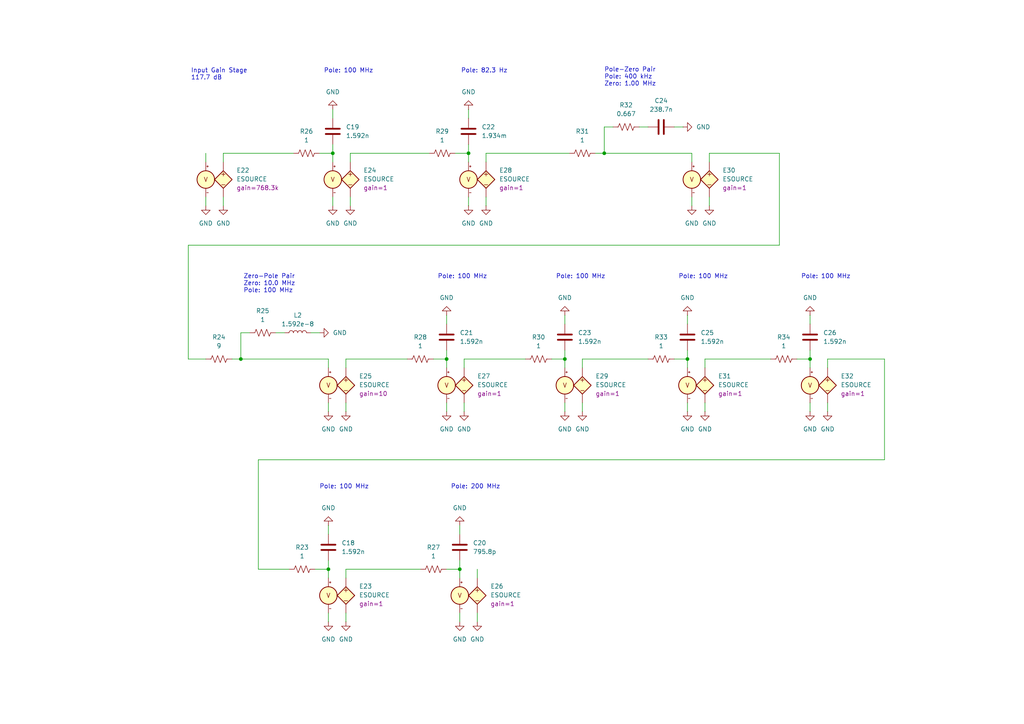
<source format=kicad_sch>
(kicad_sch (version 20250114) (generator "eeschema") (generator_version "9.0")
  (paper "A4")
  (lib_symbols
    (symbol "Device:C" (pin_numbers (hide yes)) (pin_names (offset 0.254))
      (property "Reference" "C" (at 0.635 2.54 0))
      (property "Value" "C" (at 0.635 -2.54 0))
      (symbol "C_0_1"
        (polyline (pts (xy -2.032 0.762) (xy 2.032 0.762)) (stroke (width 0.508)))
        (polyline (pts (xy -2.032 -0.762) (xy 2.032 -0.762)) (stroke (width 0.508)))
      )
      (symbol "C_1_1"
        (pin passive line (at 0 3.81 270) (length 2.794) (name "~") (number "1"))
        (pin passive line (at 0 -3.81 90) (length 2.794) (name "~") (number "2"))
      )
    )
    (symbol "Device:L" (pin_numbers (hide yes)) (pin_names (offset 1.016) (hide yes))
      (property "Reference" "L" (at -1.27 0 90))
      (property "Value" "L" (at 1.905 0 90))
      (symbol "L_0_1"
        (arc (start 0 2.54) (mid 0.6323 1.905) (end 0 1.27))
        (arc (start 0 1.27) (mid 0.6323 0.635) (end 0 0))
        (arc (start 0 0) (mid 0.6323 -0.635) (end 0 -1.27))
        (arc (start 0 -1.27) (mid 0.6323 -1.905) (end 0 -2.54))
      )
      (symbol "L_1_1"
        (pin passive line (at 0 3.81 270) (length 1.27) (name "1") (number "1"))
        (pin passive line (at 0 -3.81 90) (length 1.27) (name "2") (number "2"))
      )
    )
    (symbol "Device:R_US" (pin_numbers (hide yes)) (pin_names (offset 0))
      (property "Reference" "R" (at 2.54 0 90))
      (property "Value" "R_US" (at -2.54 0 90))
      (symbol "R_US_0_1"
        (polyline (pts (xy 0 2.286) (xy 0 2.54)))
        (polyline (pts (xy 0 2.286) (xy 1.016 1.905) (xy 0 1.524) (xy -1.016 1.143) (xy 0 0.762)))
        (polyline (pts (xy 0 0.762) (xy 1.016 0.381) (xy 0 0) (xy -1.016 -0.381) (xy 0 -0.762)))
        (polyline (pts (xy 0 -0.762) (xy 1.016 -1.143) (xy 0 -1.524) (xy -1.016 -1.905) (xy 0 -2.286)))
        (polyline (pts (xy 0 -2.286) (xy 0 -2.54)))
      )
      (symbol "R_US_1_1"
        (pin passive line (at 0 3.81 270) (length 1.27) (name "~") (number "1"))
        (pin passive line (at 0 -3.81 90) (length 1.27) (name "~") (number "2"))
      )
    )
    (symbol "Simulation_SPICE:ESOURCE" (pin_numbers (hide yes)) (pin_names (offset 1.016) (hide yes))
      (property "Reference" "E" (at 2.54 2.54 0))
      (property "Value" "ESOURCE" (at 2.54 0 0))
      (property "Sim.Params" "type=\"E\" model=\"1\"" (at 2.54 -2.54 0))
      (symbol "ESOURCE_0_1"
        (polyline (pts (xy 0 2.032) (xy 0 1.016)))
      )
      (symbol "ESOURCE_1_1"
        (circle (center -5.08 0) (radius 2.54) (stroke (width 0.254)) (fill (type background)))
        (polyline (pts (xy -4.826 3.81) (xy -4.318 3.81)))
        (polyline (pts (xy -4.826 -3.81) (xy -4.318 -3.81)))
        (polyline (pts (xy -4.572 4.064) (xy -4.572 3.556)))
        (polyline (pts (xy 0 2.54) (xy -2.54 0) (xy 0 -2.54) (xy 2.54 0) (xy 0 2.54)) (stroke (width 0.254)) (fill (type background)))
        (polyline (pts (xy 0.508 1.524) (xy -0.508 1.524)))
        (polyline (pts (xy 0.508 -1.524) (xy -0.508 -1.524)))
        (text "V" (at -5.08 0 0) (effects (font (size 1.27 1.27))))
        (pin input line (at -5.08 5.08 270) (length 2.54) (name "C+") (number "3"))
        (pin input line (at -5.08 -5.08 90) (length 2.54) (name "C-") (number "4"))
        (pin passive line (at 0 5.08 270) (length 2.54) (name "N+") (number "1"))
        (pin passive line (at 0 -5.08 90) (length 2.54) (name "N-") (number "2"))
      )
    )
    (symbol "power:GND" (power) (pin_numbers (hide yes)) (pin_names (offset 0) (hide yes))
      (property "Value" "GND" (at 0 -3.81 0))
      (symbol "GND_0_1"
        (polyline (pts (xy 0 0) (xy 0 -1.27) (xy 1.27 -1.27) (xy 0 -2.54) (xy -1.27 -1.27) (xy 0 -1.27)))
      )
      (symbol "GND_1_1"
        (pin power_in line (at 0 0 270) (length 0) (name "~") (number "1"))
      )
    )
  )
  (text "Pole: 200 MHz" (at 137.922 141.224 0) (effects (font (size 1.27 1.27))))
  (text "Pole: 100 MHz" (at 99.822 141.224 0) (effects (font (size 1.27 1.27))))
  (text "Pole-Zero Pair\nPole: 400 kHz\nZero: 1.00 MHz" (at 175.26 22.352 0) (effects (font (size 1.27 1.27)) (justify left)))
  (text "Input Gain Stage\n117.7 dB" (at 55.372 21.59 0) (effects (font (size 1.27 1.27)) (justify left)))
  (text "Pole: 100 MHz" (at 239.522 80.264 0) (effects (font (size 1.27 1.27))))
  (text "Pole: 82.3 Hz" (at 140.462 20.574 0) (effects (font (size 1.27 1.27))))
  (text "Zero-Pole Pair\nZero: 10.0 MHz\nPole: 100 MHz" (at 70.612 82.296 0) (effects (font (size 1.27 1.27)) (justify left)))
  (text "Pole: 100 MHz" (at 134.112 80.264 0) (effects (font (size 1.27 1.27))))
  (text "Pole: 100 MHz" (at 203.962 80.264 0) (effects (font (size 1.27 1.27))))
  (text "Pole: 100 MHz" (at 101.092 20.574 0) (effects (font (size 1.27 1.27))))
  (text "Pole: 100 MHz" (at 168.402 80.264 0) (effects (font (size 1.27 1.27))))
  (junction (at 69.85 104.14))
  (junction (at 96.52 44.45))
  (junction (at 163.83 104.14))
  (junction (at 199.39 104.14))
  (junction (at 234.95 104.14))
  (junction (at 175.26 44.45))
  (junction (at 135.89 44.45))
  (junction (at 133.35 165.1))
  (junction (at 95.25 165.1))
  (junction (at 129.54 104.14))
  (wire (pts (xy 163.83 116.84) (xy 163.83 119.38)))
  (wire (pts (xy 240.03 104.14) (xy 256.54 104.14)))
  (wire (pts (xy 204.47 104.14) (xy 223.52 104.14)))
  (wire (pts (xy 140.97 57.15) (xy 140.97 59.69)))
  (wire (pts (xy 80.01 96.52) (xy 82.55 96.52)))
  (wire (pts (xy 226.06 71.12) (xy 54.61 71.12)))
  (wire (pts (xy 204.47 106.68) (xy 204.47 104.14)))
  (wire (pts (xy 95.25 165.1) (xy 95.25 167.64)))
  (wire (pts (xy 256.54 104.14) (xy 256.54 133.35)))
  (wire (pts (xy 129.54 91.44) (xy 129.54 93.98)))
  (wire (pts (xy 199.39 116.84) (xy 199.39 119.38)))
  (wire (pts (xy 134.62 116.84) (xy 134.62 119.38)))
  (wire (pts (xy 240.03 116.84) (xy 240.03 119.38)))
  (wire (pts (xy 175.26 36.83) (xy 175.26 44.45)))
  (wire (pts (xy 95.25 104.14) (xy 95.25 106.68)))
  (wire (pts (xy 69.85 104.14) (xy 95.25 104.14)))
  (wire (pts (xy 96.52 44.45) (xy 96.52 46.99)))
  (wire (pts (xy 200.66 44.45) (xy 200.66 46.99)))
  (wire (pts (xy 195.58 104.14) (xy 199.39 104.14)))
  (wire (pts (xy 96.52 31.75) (xy 96.52 34.29)))
  (wire (pts (xy 59.69 57.15) (xy 59.69 59.69)))
  (wire (pts (xy 205.74 46.99) (xy 205.74 44.45)))
  (wire (pts (xy 172.72 44.45) (xy 175.26 44.45)))
  (wire (pts (xy 92.71 44.45) (xy 96.52 44.45)))
  (wire (pts (xy 100.33 104.14) (xy 118.11 104.14)))
  (wire (pts (xy 129.54 165.1) (xy 133.35 165.1)))
  (wire (pts (xy 199.39 104.14) (xy 199.39 106.68)))
  (wire (pts (xy 138.43 167.64) (xy 138.43 165.1)))
  (wire (pts (xy 140.97 44.45) (xy 165.1 44.45)))
  (wire (pts (xy 90.17 96.52) (xy 92.71 96.52)))
  (wire (pts (xy 95.25 116.84) (xy 95.25 119.38)))
  (wire (pts (xy 134.62 104.14) (xy 152.4 104.14)))
  (wire (pts (xy 240.03 106.68) (xy 240.03 104.14)))
  (wire (pts (xy 69.85 96.52) (xy 69.85 104.14)))
  (wire (pts (xy 100.33 165.1) (xy 121.92 165.1)))
  (wire (pts (xy 205.74 57.15) (xy 205.74 59.69)))
  (wire (pts (xy 205.74 44.45) (xy 226.06 44.45)))
  (wire (pts (xy 74.93 133.35) (xy 74.93 165.1)))
  (wire (pts (xy 234.95 104.14) (xy 234.95 106.68)))
  (wire (pts (xy 72.39 96.52) (xy 69.85 96.52)))
  (wire (pts (xy 231.14 104.14) (xy 234.95 104.14)))
  (wire (pts (xy 199.39 101.6) (xy 199.39 104.14)))
  (wire (pts (xy 95.25 162.56) (xy 95.25 165.1)))
  (wire (pts (xy 163.83 101.6) (xy 163.83 104.14)))
  (wire (pts (xy 163.83 104.14) (xy 163.83 106.68)))
  (wire (pts (xy 185.42 36.83) (xy 187.96 36.83)))
  (wire (pts (xy 54.61 104.14) (xy 59.69 104.14)))
  (wire (pts (xy 168.91 116.84) (xy 168.91 119.38)))
  (wire (pts (xy 96.52 57.15) (xy 96.52 59.69)))
  (wire (pts (xy 168.91 104.14) (xy 187.96 104.14)))
  (wire (pts (xy 95.25 152.4) (xy 95.25 154.94)))
  (wire (pts (xy 234.95 101.6) (xy 234.95 104.14)))
  (wire (pts (xy 64.77 57.15) (xy 64.77 59.69)))
  (wire (pts (xy 133.35 162.56) (xy 133.35 165.1)))
  (wire (pts (xy 101.6 46.99) (xy 101.6 44.45)))
  (wire (pts (xy 67.31 104.14) (xy 69.85 104.14)))
  (wire (pts (xy 133.35 177.8) (xy 133.35 180.34)))
  (wire (pts (xy 138.43 177.8) (xy 138.43 180.34)))
  (wire (pts (xy 101.6 57.15) (xy 101.6 59.69)))
  (wire (pts (xy 160.02 104.14) (xy 163.83 104.14)))
  (wire (pts (xy 64.77 46.99) (xy 64.77 44.45)))
  (wire (pts (xy 195.58 36.83) (xy 198.12 36.83)))
  (wire (pts (xy 100.33 177.8) (xy 100.33 180.34)))
  (wire (pts (xy 129.54 101.6) (xy 129.54 104.14)))
  (wire (pts (xy 96.52 41.91) (xy 96.52 44.45)))
  (wire (pts (xy 133.35 152.4) (xy 133.35 154.94)))
  (wire (pts (xy 54.61 71.12) (xy 54.61 104.14)))
  (wire (pts (xy 135.89 57.15) (xy 135.89 59.69)))
  (wire (pts (xy 134.62 106.68) (xy 134.62 104.14)))
  (wire (pts (xy 91.44 165.1) (xy 95.25 165.1)))
  (wire (pts (xy 200.66 57.15) (xy 200.66 59.69)))
  (wire (pts (xy 256.54 133.35) (xy 74.93 133.35)))
  (wire (pts (xy 59.69 46.99) (xy 59.69 44.45)))
  (wire (pts (xy 234.95 91.44) (xy 234.95 93.98)))
  (wire (pts (xy 129.54 116.84) (xy 129.54 119.38)))
  (wire (pts (xy 129.54 104.14) (xy 129.54 106.68)))
  (wire (pts (xy 199.39 91.44) (xy 199.39 93.98)))
  (wire (pts (xy 100.33 116.84) (xy 100.33 119.38)))
  (wire (pts (xy 135.89 44.45) (xy 135.89 46.99)))
  (wire (pts (xy 163.83 91.44) (xy 163.83 93.98)))
  (wire (pts (xy 133.35 165.1) (xy 133.35 167.64)))
  (wire (pts (xy 140.97 46.99) (xy 140.97 44.45)))
  (wire (pts (xy 101.6 44.45) (xy 124.46 44.45)))
  (wire (pts (xy 204.47 116.84) (xy 204.47 119.38)))
  (wire (pts (xy 226.06 44.45) (xy 226.06 71.12)))
  (wire (pts (xy 132.08 44.45) (xy 135.89 44.45)))
  (wire (pts (xy 100.33 106.68) (xy 100.33 104.14)))
  (wire (pts (xy 74.93 165.1) (xy 83.82 165.1)))
  (wire (pts (xy 100.33 167.64) (xy 100.33 165.1)))
  (wire (pts (xy 125.73 104.14) (xy 129.54 104.14)))
  (wire (pts (xy 234.95 116.84) (xy 234.95 119.38)))
  (wire (pts (xy 95.25 177.8) (xy 95.25 180.34)))
  (wire (pts (xy 168.91 106.68) (xy 168.91 104.14)))
  (wire (pts (xy 175.26 44.45) (xy 200.66 44.45)))
  (wire (pts (xy 64.77 44.45) (xy 85.09 44.45)))
  (wire (pts (xy 177.8 36.83) (xy 175.26 36.83)))
  (wire (pts (xy 135.89 31.75) (xy 135.89 34.29)))
  (wire (pts (xy 135.89 41.91) (xy 135.89 44.45)))
  (symbol (lib_id "power:GND") (at 101.6 59.69 0) (unit 1)
    (property "Reference" "#PWR066" (effects (hide yes)))
    (property "Value" "GND" (at 101.6 64.77 0))
    (property "Description" "Power symbol creates a global label with name \"GND\" , ground" (effects (hide yes)))
  )
  (symbol (lib_id "power:GND") (at 64.77 59.69 0) (unit 1)
    (property "Reference" "#PWR058" (effects (hide yes)))
    (property "Value" "GND" (at 64.77 64.77 0))
    (property "Description" "Power symbol creates a global label with name \"GND\" , ground" (effects (hide yes)))
  )
  (symbol (lib_id "power:GND") (at 95.25 119.38 0) (unit 1)
    (property "Reference" "#PWR065" (effects (hide yes)))
    (property "Value" "GND" (at 95.25 124.46 0))
    (property "Description" "Power symbol creates a global label with name \"GND\" , ground" (effects (hide yes)))
  )
  (symbol (lib_id "power:GND") (at 100.33 180.34 0) (unit 1)
    (property "Reference" "#PWR061" (effects (hide yes)))
    (property "Value" "GND" (at 100.33 185.42 0))
    (property "Description" "Power symbol creates a global label with name \"GND\" , ground" (effects (hide yes)))
  )
  (symbol (lib_id "Simulation_SPICE:ESOURCE") (at 100.33 172.72 0) (unit 1)
    (property "Reference" "E23" (at 104.14 170.0529 0) (effects (justify left)))
    (property "Value" "ESOURCE" (at 104.14 172.5929 0) (effects (justify left)))
    (property "Datasheet" "https://ngspice.sourceforge.io/docs/ngspice-html-manual/manual.xhtml#subsec_Exxxx__Linear_Voltage_Controlled" (effects (hide yes)))
    (property "Description" "Voltage-controlled voltage source symbol for simulation only" (effects (hide yes)))
    (property "Sim.Device" "E" (effects (hide yes)))
    (property "Sim.Params" "gain=1" (at 104.14 175.1329 0) (effects (justify left)))
    (property "Sim.Pins" "1=+ 2=- 3=C+ 4=C-" (effects (hide yes)))
  )
  (symbol (lib_id "power:GND") (at 133.35 180.34 0) (unit 1)
    (property "Reference" "#PWR069" (effects (hide yes)))
    (property "Value" "GND" (at 133.35 185.42 0))
    (property "Description" "Power symbol creates a global label with name \"GND\" , ground" (effects (hide yes)))
  )
  (symbol (lib_id "power:GND") (at 163.83 119.38 0) (unit 1)
    (property "Reference" "#PWR078" (effects (hide yes)))
    (property "Value" "GND" (at 163.83 124.46 0))
    (property "Description" "Power symbol creates a global label with name \"GND\" , ground" (effects (hide yes)))
  )
  (symbol (lib_id "Device:R_US") (at 227.33 104.14 90) (unit 1)
    (property "Reference" "R34" (at 227.33 97.79 90))
    (property "Value" "1" (at 227.33 100.33 90))
    (property "Description" "Resistor, US symbol" (effects (hide yes)))
  )
  (symbol (lib_id "power:GND") (at 200.66 59.69 0) (unit 1)
    (property "Reference" "#PWR081" (effects (hide yes)))
    (property "Value" "GND" (at 200.66 64.77 0))
    (property "Description" "Power symbol creates a global label with name \"GND\" , ground" (effects (hide yes)))
  )
  (symbol (lib_id "power:GND") (at 92.71 96.52 90) (unit 1)
    (property "Reference" "#PWR062" (effects (hide yes)))
    (property "Value" "GND" (at 96.52 96.5199 90) (effects (justify right)))
    (property "Description" "Power symbol creates a global label with name \"GND\" , ground" (effects (hide yes)))
  )
  (symbol (lib_id "Device:R_US") (at 63.5 104.14 90) (unit 1)
    (property "Reference" "R24" (at 63.5 97.79 90))
    (property "Value" "9" (at 63.5 100.33 90))
    (property "Description" "Resistor, US symbol" (effects (hide yes)))
  )
  (symbol (lib_id "Simulation_SPICE:ESOURCE") (at 64.77 52.07 0) (unit 1)
    (property "Reference" "E22" (at 68.58 49.4029 0) (effects (justify left)))
    (property "Value" "ESOURCE" (at 68.58 51.9429 0) (effects (justify left)))
    (property "Datasheet" "https://ngspice.sourceforge.io/docs/ngspice-html-manual/manual.xhtml#subsec_Exxxx__Linear_Voltage_Controlled" (effects (hide yes)))
    (property "Description" "Voltage-controlled voltage source symbol for simulation only" (effects (hide yes)))
    (property "Sim.Device" "E" (effects (hide yes)))
    (property "Sim.Params" "gain=768.3k" (at 68.58 54.4829 0) (effects (justify left)))
    (property "Sim.Pins" "1=+ 2=- 3=C+ 4=C-" (effects (hide yes)))
  )
  (symbol (lib_id "power:GND") (at 135.89 31.75 180) (unit 1)
    (property "Reference" "#PWR073" (effects (hide yes)))
    (property "Value" "GND" (at 135.89 26.67 0))
    (property "Description" "Power symbol creates a global label with name \"GND\" , ground" (effects (hide yes)))
  )
  (symbol (lib_id "power:GND") (at 204.47 119.38 0) (unit 1)
    (property "Reference" "#PWR085" (effects (hide yes)))
    (property "Value" "GND" (at 204.47 124.46 0))
    (property "Description" "Power symbol creates a global label with name \"GND\" , ground" (effects (hide yes)))
  )
  (symbol (lib_id "Simulation_SPICE:ESOURCE") (at 100.33 111.76 0) (unit 1)
    (property "Reference" "E25" (at 104.14 109.0929 0) (effects (justify left)))
    (property "Value" "ESOURCE" (at 104.14 111.6329 0) (effects (justify left)))
    (property "Datasheet" "https://ngspice.sourceforge.io/docs/ngspice-html-manual/manual.xhtml#subsec_Exxxx__Linear_Voltage_Controlled" (effects (hide yes)))
    (property "Description" "Voltage-controlled voltage source symbol for simulation only" (effects (hide yes)))
    (property "Sim.Device" "E" (effects (hide yes)))
    (property "Sim.Params" "gain=10" (at 104.14 114.1729 0) (effects (justify left)))
    (property "Sim.Pins" "1=+ 2=- 3=C+ 4=C-" (effects (hide yes)))
  )
  (symbol (lib_id "Device:C") (at 163.83 97.79 0) (unit 1)
    (property "Reference" "C23" (at 167.64 96.5199 0) (effects (justify left)))
    (property "Value" "1.592n" (at 167.64 99.0599 0) (effects (justify left)))
    (property "Description" "Unpolarized capacitor" (effects (hide yes)))
  )
  (symbol (lib_id "power:GND") (at 138.43 180.34 0) (unit 1)
    (property "Reference" "#PWR070" (effects (hide yes)))
    (property "Value" "GND" (at 138.43 185.42 0))
    (property "Description" "Power symbol creates a global label with name \"GND\" , ground" (effects (hide yes)))
  )
  (symbol (lib_id "Device:R_US") (at 125.73 165.1 90) (unit 1)
    (property "Reference" "R27" (at 125.73 158.75 90))
    (property "Value" "1" (at 125.73 161.29 90))
    (property "Description" "Resistor, US symbol" (effects (hide yes)))
  )
  (symbol (lib_id "power:GND") (at 234.95 119.38 0) (unit 1)
    (property "Reference" "#PWR087" (effects (hide yes)))
    (property "Value" "GND" (at 234.95 124.46 0))
    (property "Description" "Power symbol creates a global label with name \"GND\" , ground" (effects (hide yes)))
  )
  (symbol (lib_id "power:GND") (at 140.97 59.69 0) (unit 1)
    (property "Reference" "#PWR076" (effects (hide yes)))
    (property "Value" "GND" (at 140.97 64.77 0))
    (property "Description" "Power symbol creates a global label with name \"GND\" , ground" (effects (hide yes)))
  )
  (symbol (lib_id "power:GND") (at 199.39 91.44 180) (unit 1)
    (property "Reference" "#PWR082" (effects (hide yes)))
    (property "Value" "GND" (at 199.39 86.36 0))
    (property "Description" "Power symbol creates a global label with name \"GND\" , ground" (effects (hide yes)))
  )
  (symbol (lib_id "Device:R_US") (at 191.77 104.14 90) (unit 1)
    (property "Reference" "R33" (at 191.77 97.79 90))
    (property "Value" "1" (at 191.77 100.33 90))
    (property "Description" "Resistor, US symbol" (effects (hide yes)))
  )
  (symbol (lib_id "Simulation_SPICE:ESOURCE") (at 168.91 111.76 0) (unit 1)
    (property "Reference" "E29" (at 172.72 109.0929 0) (effects (justify left)))
    (property "Value" "ESOURCE" (at 172.72 111.6329 0) (effects (justify left)))
    (property "Datasheet" "https://ngspice.sourceforge.io/docs/ngspice-html-manual/manual.xhtml#subsec_Exxxx__Linear_Voltage_Controlled" (effects (hide yes)))
    (property "Description" "Voltage-controlled voltage source symbol for simulation only" (effects (hide yes)))
    (property "Sim.Device" "E" (effects (hide yes)))
    (property "Sim.Params" "gain=1" (at 172.72 114.1729 0) (effects (justify left)))
    (property "Sim.Pins" "1=+ 2=- 3=C+ 4=C-" (effects (hide yes)))
  )
  (symbol (lib_id "power:GND") (at 234.95 91.44 180) (unit 1)
    (property "Reference" "#PWR086" (effects (hide yes)))
    (property "Value" "GND" (at 234.95 86.36 0))
    (property "Description" "Power symbol creates a global label with name \"GND\" , ground" (effects (hide yes)))
  )
  (symbol (lib_id "power:GND") (at 199.39 119.38 0) (unit 1)
    (property "Reference" "#PWR083" (effects (hide yes)))
    (property "Value" "GND" (at 199.39 124.46 0))
    (property "Description" "Power symbol creates a global label with name \"GND\" , ground" (effects (hide yes)))
  )
  (symbol (lib_id "Device:C") (at 129.54 97.79 0) (unit 1)
    (property "Reference" "C21" (at 133.35 96.5199 0) (effects (justify left)))
    (property "Value" "1.592n" (at 133.35 99.0599 0) (effects (justify left)))
    (property "Description" "Unpolarized capacitor" (effects (hide yes)))
  )
  (symbol (lib_id "power:GND") (at 129.54 119.38 0) (unit 1)
    (property "Reference" "#PWR072" (effects (hide yes)))
    (property "Value" "GND" (at 129.54 124.46 0))
    (property "Description" "Power symbol creates a global label with name \"GND\" , ground" (effects (hide yes)))
  )
  (symbol (lib_id "Device:C") (at 191.77 36.83 270) (unit 1)
    (property "Reference" "C24" (at 191.77 29.21 90))
    (property "Value" "238.7n" (at 191.77 31.75 90))
    (property "Description" "Unpolarized capacitor" (effects (hide yes)))
  )
  (symbol (lib_id "Simulation_SPICE:ESOURCE") (at 240.03 111.76 0) (unit 1)
    (property "Reference" "E32" (at 243.84 109.0929 0) (effects (justify left)))
    (property "Value" "ESOURCE" (at 243.84 111.6329 0) (effects (justify left)))
    (property "Datasheet" "https://ngspice.sourceforge.io/docs/ngspice-html-manual/manual.xhtml#subsec_Exxxx__Linear_Voltage_Controlled" (effects (hide yes)))
    (property "Description" "Voltage-controlled voltage source symbol for simulation only" (effects (hide yes)))
    (property "Sim.Device" "E" (effects (hide yes)))
    (property "Sim.Params" "gain=1" (at 243.84 114.1729 0) (effects (justify left)))
    (property "Sim.Pins" "1=+ 2=- 3=C+ 4=C-" (effects (hide yes)))
  )
  (symbol (lib_id "power:GND") (at 198.12 36.83 90) (unit 1)
    (property "Reference" "#PWR080" (effects (hide yes)))
    (property "Value" "GND" (at 201.93 36.8299 90) (effects (justify right)))
    (property "Description" "Power symbol creates a global label with name \"GND\" , ground" (effects (hide yes)))
  )
  (symbol (lib_id "power:GND") (at 95.25 180.34 0) (unit 1)
    (property "Reference" "#PWR060" (effects (hide yes)))
    (property "Value" "GND" (at 95.25 185.42 0))
    (property "Description" "Power symbol creates a global label with name \"GND\" , ground" (effects (hide yes)))
  )
  (symbol (lib_id "Device:R_US") (at 76.2 96.52 270) (unit 1)
    (property "Reference" "R25" (at 76.2 90.17 90))
    (property "Value" "1" (at 76.2 92.71 90))
    (property "Description" "Resistor, US symbol" (effects (hide yes)))
  )
  (symbol (lib_id "Device:L") (at 86.36 96.52 90) (unit 1)
    (property "Reference" "L2" (at 86.36 91.44 90))
    (property "Value" "1.592e-8" (at 86.36 93.98 90))
    (property "Description" "Inductor" (effects (hide yes)))
  )
  (symbol (lib_id "Simulation_SPICE:ESOURCE") (at 205.74 52.07 0) (unit 1)
    (property "Reference" "E30" (at 209.55 49.4029 0) (effects (justify left)))
    (property "Value" "ESOURCE" (at 209.55 51.9429 0) (effects (justify left)))
    (property "Datasheet" "https://ngspice.sourceforge.io/docs/ngspice-html-manual/manual.xhtml#subsec_Exxxx__Linear_Voltage_Controlled" (effects (hide yes)))
    (property "Description" "Voltage-controlled voltage source symbol for simulation only" (effects (hide yes)))
    (property "Sim.Device" "E" (effects (hide yes)))
    (property "Sim.Params" "gain=1" (at 209.55 54.4829 0) (effects (justify left)))
    (property "Sim.Pins" "1=+ 2=- 3=C+ 4=C-" (effects (hide yes)))
  )
  (symbol (lib_id "Simulation_SPICE:ESOURCE") (at 138.43 172.72 0) (unit 1)
    (property "Reference" "E26" (at 142.24 170.0529 0) (effects (justify left)))
    (property "Value" "ESOURCE" (at 142.24 172.5929 0) (effects (justify left)))
    (property "Datasheet" "https://ngspice.sourceforge.io/docs/ngspice-html-manual/manual.xhtml#subsec_Exxxx__Linear_Voltage_Controlled" (effects (hide yes)))
    (property "Description" "Voltage-controlled voltage source symbol for simulation only" (effects (hide yes)))
    (property "Sim.Device" "E" (effects (hide yes)))
    (property "Sim.Params" "gain=1" (at 142.24 175.1329 0) (effects (justify left)))
    (property "Sim.Pins" "1=+ 2=- 3=C+ 4=C-" (effects (hide yes)))
  )
  (symbol (lib_id "power:GND") (at 133.35 152.4 180) (unit 1)
    (property "Reference" "#PWR068" (effects (hide yes)))
    (property "Value" "GND" (at 133.35 147.32 0))
    (property "Description" "Power symbol creates a global label with name \"GND\" , ground" (effects (hide yes)))
  )
  (symbol (lib_id "power:GND") (at 95.25 152.4 180) (unit 1)
    (property "Reference" "#PWR059" (effects (hide yes)))
    (property "Value" "GND" (at 95.25 147.32 0))
    (property "Description" "Power symbol creates a global label with name \"GND\" , ground" (effects (hide yes)))
  )
  (symbol (lib_id "Device:R_US") (at 88.9 44.45 90) (unit 1)
    (property "Reference" "R26" (at 88.9 38.1 90))
    (property "Value" "1" (at 88.9 40.64 90))
    (property "Description" "Resistor, US symbol" (effects (hide yes)))
  )
  (symbol (lib_id "Device:C") (at 95.25 158.75 0) (unit 1)
    (property "Reference" "C18" (at 99.06 157.4799 0) (effects (justify left)))
    (property "Value" "1.592n" (at 99.06 160.0199 0) (effects (justify left)))
    (property "Description" "Unpolarized capacitor" (effects (hide yes)))
  )
  (symbol (lib_id "power:GND") (at 100.33 119.38 0) (unit 1)
    (property "Reference" "#PWR067" (effects (hide yes)))
    (property "Value" "GND" (at 100.33 124.46 0))
    (property "Description" "Power symbol creates a global label with name \"GND\" , ground" (effects (hide yes)))
  )
  (symbol (lib_id "Device:C") (at 133.35 158.75 0) (unit 1)
    (property "Reference" "C20" (at 137.16 157.4799 0) (effects (justify left)))
    (property "Value" "795.8p" (at 137.16 160.0199 0) (effects (justify left)))
    (property "Description" "Unpolarized capacitor" (effects (hide yes)))
  )
  (symbol (lib_id "Simulation_SPICE:ESOURCE") (at 101.6 52.07 0) (unit 1)
    (property "Reference" "E24" (at 105.41 49.4029 0) (effects (justify left)))
    (property "Value" "ESOURCE" (at 105.41 51.9429 0) (effects (justify left)))
    (property "Datasheet" "https://ngspice.sourceforge.io/docs/ngspice-html-manual/manual.xhtml#subsec_Exxxx__Linear_Voltage_Controlled" (effects (hide yes)))
    (property "Description" "Voltage-controlled voltage source symbol for simulation only" (effects (hide yes)))
    (property "Sim.Device" "E" (effects (hide yes)))
    (property "Sim.Params" "gain=1" (at 105.41 54.4829 0) (effects (justify left)))
    (property "Sim.Pins" "1=+ 2=- 3=C+ 4=C-" (effects (hide yes)))
  )
  (symbol (lib_id "power:GND") (at 163.83 91.44 180) (unit 1)
    (property "Reference" "#PWR077" (effects (hide yes)))
    (property "Value" "GND" (at 163.83 86.36 0))
    (property "Description" "Power symbol creates a global label with name \"GND\" , ground" (effects (hide yes)))
  )
  (symbol (lib_id "power:GND") (at 129.54 91.44 180) (unit 1)
    (property "Reference" "#PWR071" (effects (hide yes)))
    (property "Value" "GND" (at 129.54 86.36 0))
    (property "Description" "Power symbol creates a global label with name \"GND\" , ground" (effects (hide yes)))
  )
  (symbol (lib_id "Device:R_US") (at 181.61 36.83 270) (unit 1)
    (property "Reference" "R32" (at 181.61 30.48 90))
    (property "Value" "0.667" (at 181.61 33.02 90))
    (property "Description" "Resistor, US symbol" (effects (hide yes)))
  )
  (symbol (lib_id "Device:R_US") (at 121.92 104.14 90) (unit 1)
    (property "Reference" "R28" (at 121.92 97.79 90))
    (property "Value" "1" (at 121.92 100.33 90))
    (property "Description" "Resistor, US symbol" (effects (hide yes)))
  )
  (symbol (lib_id "power:GND") (at 96.52 31.75 180) (unit 1)
    (property "Reference" "#PWR063" (effects (hide yes)))
    (property "Value" "GND" (at 96.52 26.67 0))
    (property "Description" "Power symbol creates a global label with name \"GND\" , ground" (effects (hide yes)))
  )
  (symbol (lib_id "power:GND") (at 135.89 59.69 0) (unit 1)
    (property "Reference" "#PWR074" (effects (hide yes)))
    (property "Value" "GND" (at 135.89 64.77 0))
    (property "Description" "Power symbol creates a global label with name \"GND\" , ground" (effects (hide yes)))
  )
  (symbol (lib_id "Device:R_US") (at 87.63 165.1 90) (unit 1)
    (property "Reference" "R23" (at 87.63 158.75 90))
    (property "Value" "1" (at 87.63 161.29 90))
    (property "Description" "Resistor, US symbol" (effects (hide yes)))
  )
  (symbol (lib_id "power:GND") (at 134.62 119.38 0) (unit 1)
    (property "Reference" "#PWR075" (effects (hide yes)))
    (property "Value" "GND" (at 134.62 124.46 0))
    (property "Description" "Power symbol creates a global label with name \"GND\" , ground" (effects (hide yes)))
  )
  (symbol (lib_id "power:GND") (at 96.52 59.69 0) (unit 1)
    (property "Reference" "#PWR064" (effects (hide yes)))
    (property "Value" "GND" (at 96.52 64.77 0))
    (property "Description" "Power symbol creates a global label with name \"GND\" , ground" (effects (hide yes)))
  )
  (symbol (lib_id "power:GND") (at 168.91 119.38 0) (unit 1)
    (property "Reference" "#PWR079" (effects (hide yes)))
    (property "Value" "GND" (at 168.91 124.46 0))
    (property "Description" "Power symbol creates a global label with name \"GND\" , ground" (effects (hide yes)))
  )
  (symbol (lib_id "Device:R_US") (at 168.91 44.45 90) (unit 1)
    (property "Reference" "R31" (at 168.91 38.1 90))
    (property "Value" "1" (at 168.91 40.64 90))
    (property "Description" "Resistor, US symbol" (effects (hide yes)))
  )
  (symbol (lib_id "power:GND") (at 59.69 59.69 0) (unit 1)
    (property "Reference" "#PWR057" (effects (hide yes)))
    (property "Value" "GND" (at 59.69 64.77 0))
    (property "Description" "Power symbol creates a global label with name \"GND\" , ground" (effects (hide yes)))
  )
  (symbol (lib_id "Device:R_US") (at 128.27 44.45 90) (unit 1)
    (property "Reference" "R29" (at 128.27 38.1 90))
    (property "Value" "1" (at 128.27 40.64 90))
    (property "Description" "Resistor, US symbol" (effects (hide yes)))
  )
  (symbol (lib_id "Device:R_US") (at 156.21 104.14 90) (unit 1)
    (property "Reference" "R30" (at 156.21 97.79 90))
    (property "Value" "1" (at 156.21 100.33 90))
    (property "Description" "Resistor, US symbol" (effects (hide yes)))
  )
  (symbol (lib_id "Device:C") (at 234.95 97.79 0) (unit 1)
    (property "Reference" "C26" (at 238.76 96.5199 0) (effects (justify left)))
    (property "Value" "1.592n" (at 238.76 99.0599 0) (effects (justify left)))
    (property "Description" "Unpolarized capacitor" (effects (hide yes)))
  )
  (symbol (lib_id "power:GND") (at 240.03 119.38 0) (unit 1)
    (property "Reference" "#PWR088" (effects (hide yes)))
    (property "Value" "GND" (at 240.03 124.46 0))
    (property "Description" "Power symbol creates a global label with name \"GND\" , ground" (effects (hide yes)))
  )
  (symbol (lib_id "power:GND") (at 205.74 59.69 0) (unit 1)
    (property "Reference" "#PWR084" (effects (hide yes)))
    (property "Value" "GND" (at 205.74 64.77 0))
    (property "Description" "Power symbol creates a global label with name \"GND\" , ground" (effects (hide yes)))
  )
  (symbol (lib_id "Device:C") (at 199.39 97.79 0) (unit 1)
    (property "Reference" "C25" (at 203.2 96.5199 0) (effects (justify left)))
    (property "Value" "1.592n" (at 203.2 99.0599 0) (effects (justify left)))
    (property "Description" "Unpolarized capacitor" (effects (hide yes)))
  )
  (symbol (lib_id "Device:C") (at 96.52 38.1 0) (unit 1)
    (property "Reference" "C19" (at 100.33 36.8299 0) (effects (justify left)))
    (property "Value" "1.592n" (at 100.33 39.3699 0) (effects (justify left)))
    (property "Description" "Unpolarized capacitor" (effects (hide yes)))
  )
  (symbol (lib_id "Simulation_SPICE:ESOURCE") (at 134.62 111.76 0) (unit 1)
    (property "Reference" "E27" (at 138.43 109.0929 0) (effects (justify left)))
    (property "Value" "ESOURCE" (at 138.43 111.6329 0) (effects (justify left)))
    (property "Datasheet" "https://ngspice.sourceforge.io/docs/ngspice-html-manual/manual.xhtml#subsec_Exxxx__Linear_Voltage_Controlled" (effects (hide yes)))
    (property "Description" "Voltage-controlled voltage source symbol for simulation only" (effects (hide yes)))
    (property "Sim.Device" "E" (effects (hide yes)))
    (property "Sim.Params" "gain=1" (at 138.43 114.1729 0) (effects (justify left)))
    (property "Sim.Pins" "1=+ 2=- 3=C+ 4=C-" (effects (hide yes)))
  )
  (symbol (lib_id "Device:C") (at 135.89 38.1 0) (unit 1)
    (property "Reference" "C22" (at 139.7 36.8299 0) (effects (justify left)))
    (property "Value" "1.934m" (at 139.7 39.3699 0) (effects (justify left)))
    (property "Description" "Unpolarized capacitor" (effects (hide yes)))
  )
  (symbol (lib_id "Simulation_SPICE:ESOURCE") (at 204.47 111.76 0) (unit 1)
    (property "Reference" "E31" (at 208.28 109.0929 0) (effects (justify left)))
    (property "Value" "ESOURCE" (at 208.28 111.6329 0) (effects (justify left)))
    (property "Datasheet" "https://ngspice.sourceforge.io/docs/ngspice-html-manual/manual.xhtml#subsec_Exxxx__Linear_Voltage_Controlled" (effects (hide yes)))
    (property "Description" "Voltage-controlled voltage source symbol for simulation only" (effects (hide yes)))
    (property "Sim.Device" "E" (effects (hide yes)))
    (property "Sim.Params" "gain=1" (at 208.28 114.1729 0) (effects (justify left)))
    (property "Sim.Pins" "1=+ 2=- 3=C+ 4=C-" (effects (hide yes)))
  )
  (symbol (lib_id "Simulation_SPICE:ESOURCE") (at 140.97 52.07 0) (unit 1)
    (property "Reference" "E28" (at 144.78 49.4029 0) (effects (justify left)))
    (property "Value" "ESOURCE" (at 144.78 51.9429 0) (effects (justify left)))
    (property "Datasheet" "https://ngspice.sourceforge.io/docs/ngspice-html-manual/manual.xhtml#subsec_Exxxx__Linear_Voltage_Controlled" (effects (hide yes)))
    (property "Description" "Voltage-controlled voltage source symbol for simulation only" (effects (hide yes)))
    (property "Sim.Device" "E" (effects (hide yes)))
    (property "Sim.Params" "gain=1" (at 144.78 54.4829 0) (effects (justify left)))
    (property "Sim.Pins" "1=+ 2=- 3=C+ 4=C-" (effects (hide yes)))
  )
)
</source>
